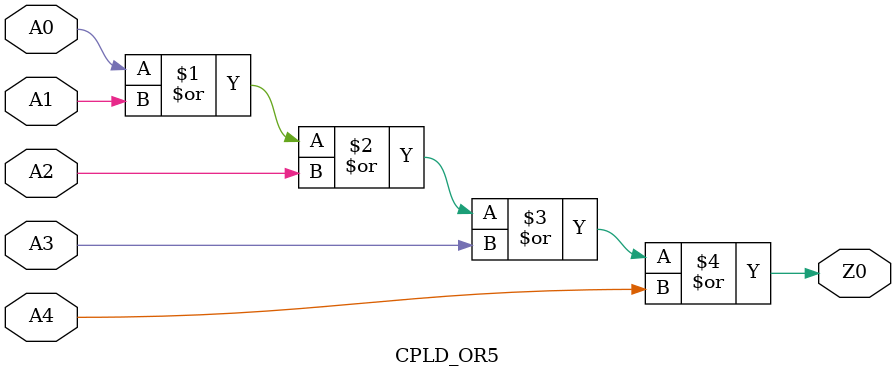
<source format=v>
module CPLD_OR5 (Z0, A0, A1, A2, A3, A4);

    input  A0;
    input  A1;
    input  A2;
    input  A3;
    input  A4;

    output  Z0;

    or INST1 (Z0, A0, A1, A2, A3, A4);
endmodule

</source>
